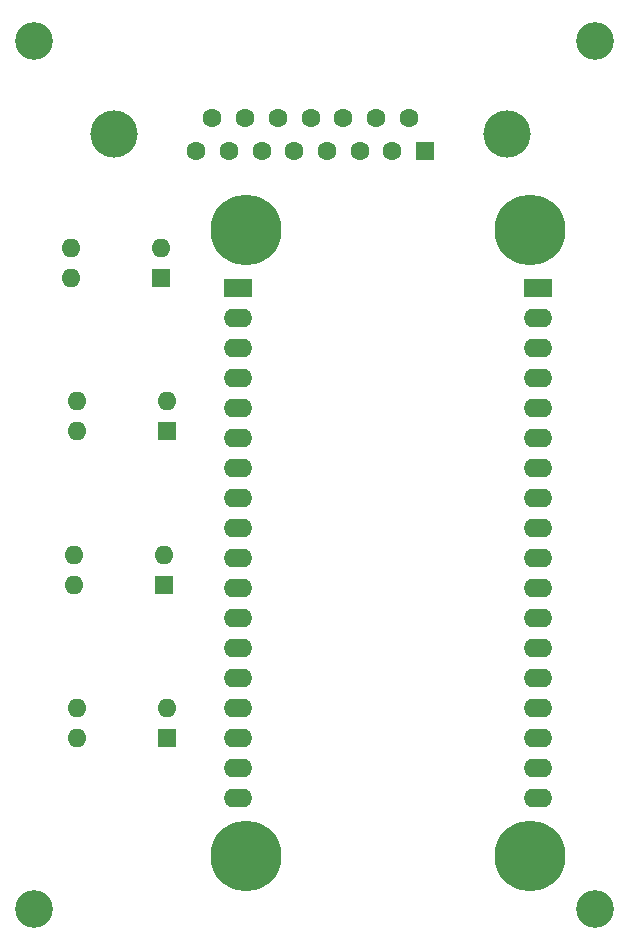
<source format=gbr>
G04 #@! TF.GenerationSoftware,KiCad,Pcbnew,7.0.7*
G04 #@! TF.CreationDate,2023-10-03T13:22:08+10:00*
G04 #@! TF.ProjectId,grbl_controller,6772626c-5f63-46f6-9e74-726f6c6c6572,rev?*
G04 #@! TF.SameCoordinates,Original*
G04 #@! TF.FileFunction,Soldermask,Bot*
G04 #@! TF.FilePolarity,Negative*
%FSLAX46Y46*%
G04 Gerber Fmt 4.6, Leading zero omitted, Abs format (unit mm)*
G04 Created by KiCad (PCBNEW 7.0.7) date 2023-10-03 13:22:08*
%MOMM*%
%LPD*%
G01*
G04 APERTURE LIST*
%ADD10R,1.600000X1.600000*%
%ADD11O,1.600000X1.600000*%
%ADD12C,3.200000*%
%ADD13C,4.000000*%
%ADD14C,1.600000*%
%ADD15C,6.000000*%
%ADD16R,2.400000X1.600000*%
%ADD17O,2.400000X1.600000*%
G04 APERTURE END LIST*
D10*
X85300000Y-58540000D03*
D11*
X85300000Y-56000000D03*
X77680000Y-56000000D03*
X77680000Y-58540000D03*
D10*
X85500000Y-84540000D03*
D11*
X85500000Y-82000000D03*
X77880000Y-82000000D03*
X77880000Y-84540000D03*
D12*
X74500000Y-112000000D03*
D10*
X85800000Y-97500000D03*
D11*
X85800000Y-94960000D03*
X78180000Y-94960000D03*
X78180000Y-97500000D03*
D12*
X122000000Y-112000000D03*
D13*
X114580000Y-46380331D03*
X81280000Y-46380331D03*
D10*
X107625000Y-47800331D03*
D14*
X104855000Y-47800331D03*
X102085000Y-47800331D03*
X99315000Y-47800331D03*
X96545000Y-47800331D03*
X93775000Y-47800331D03*
X91005000Y-47800331D03*
X88235000Y-47800331D03*
X106240000Y-44960331D03*
X103470000Y-44960331D03*
X100700000Y-44960331D03*
X97930000Y-44960331D03*
X95160000Y-44960331D03*
X92390000Y-44960331D03*
X89620000Y-44960331D03*
D10*
X85800000Y-71500000D03*
D11*
X85800000Y-68960000D03*
X78180000Y-68960000D03*
X78180000Y-71500000D03*
D12*
X122000000Y-38500000D03*
D15*
X92500000Y-54500000D03*
X92500000Y-107500000D03*
X116500000Y-54500000D03*
X116500000Y-107500000D03*
D16*
X91800000Y-59397410D03*
D17*
X91800000Y-61937410D03*
X91800000Y-64477410D03*
X91800000Y-67017410D03*
X91800000Y-69557410D03*
X91800000Y-72097410D03*
X91800000Y-74637410D03*
X91800000Y-77177410D03*
X91800000Y-79717410D03*
X91800000Y-82257410D03*
X91800000Y-84797410D03*
X91800000Y-87337410D03*
X91800000Y-89877410D03*
X91800000Y-92417410D03*
X91800000Y-94957410D03*
X91800000Y-97497410D03*
X91800000Y-100037410D03*
X91800000Y-102577410D03*
X117200000Y-102577410D03*
X117200000Y-100037410D03*
X117200000Y-97497410D03*
X117200000Y-94957410D03*
X117200000Y-92417410D03*
X117200000Y-89877410D03*
X117200000Y-87337410D03*
X117200000Y-84797410D03*
X117200000Y-82257410D03*
X117200000Y-79717410D03*
X117200000Y-77177410D03*
X117200000Y-74637410D03*
X117200000Y-72097410D03*
X117200000Y-69557410D03*
X117200000Y-67017410D03*
X117200000Y-64477410D03*
X117200000Y-61937410D03*
D16*
X117200000Y-59397410D03*
D12*
X74500000Y-38500000D03*
M02*

</source>
